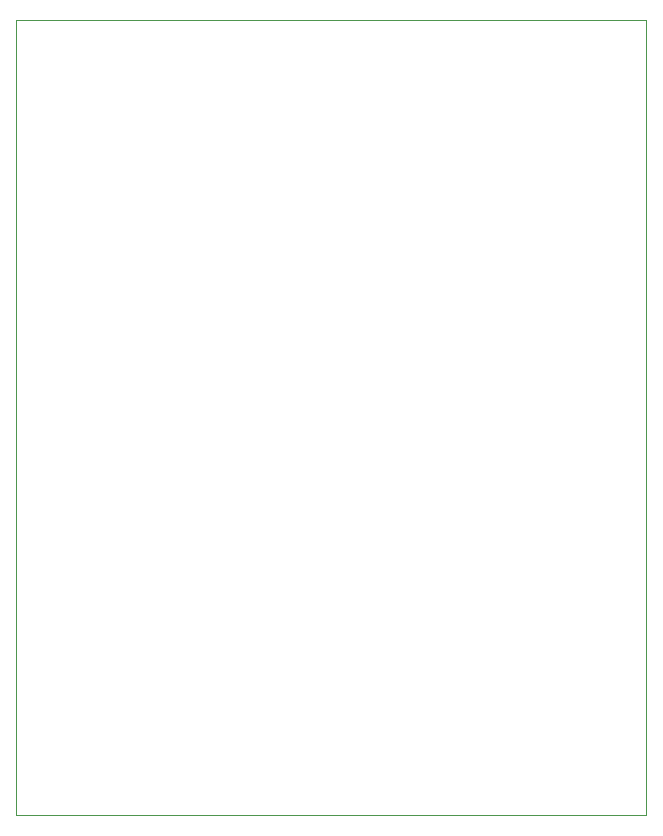
<source format=gm1>
G04 #@! TF.GenerationSoftware,KiCad,Pcbnew,7.0.8*
G04 #@! TF.CreationDate,2024-03-11T02:55:17-07:00*
G04 #@! TF.ProjectId,oc_v1,6f635f76-312e-46b6-9963-61645f706362,1*
G04 #@! TF.SameCoordinates,Original*
G04 #@! TF.FileFunction,Profile,NP*
%FSLAX46Y46*%
G04 Gerber Fmt 4.6, Leading zero omitted, Abs format (unit mm)*
G04 Created by KiCad (PCBNEW 7.0.8) date 2024-03-11 02:55:17*
%MOMM*%
%LPD*%
G01*
G04 APERTURE LIST*
G04 #@! TA.AperFunction,Profile*
%ADD10C,0.100000*%
G04 #@! TD*
G04 APERTURE END LIST*
D10*
X113030000Y-46990000D02*
X166370000Y-46990000D01*
X166370000Y-114300000D01*
X113030000Y-114300000D01*
X113030000Y-46990000D01*
M02*

</source>
